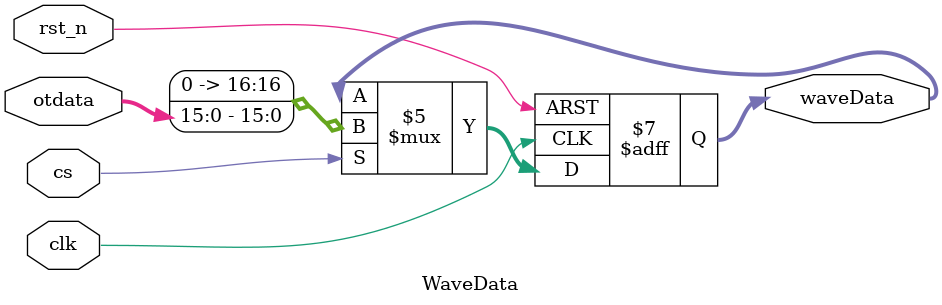
<source format=v>
module WaveData
       (
           input clk, rst_n,
           input [15: 0]otdata,
           input cs,
           output reg[16: 0]waveData
       );

always @(posedge clk or negedge rst_n)
begin
    if (!rst_n)
    begin
        waveData <= 0;
    end
    else
    begin
        if (cs == 1)
        begin
            waveData <= otdata;
        end
        else
        begin
            waveData <= waveData;
        end
    end
end

endmodule
</source>
